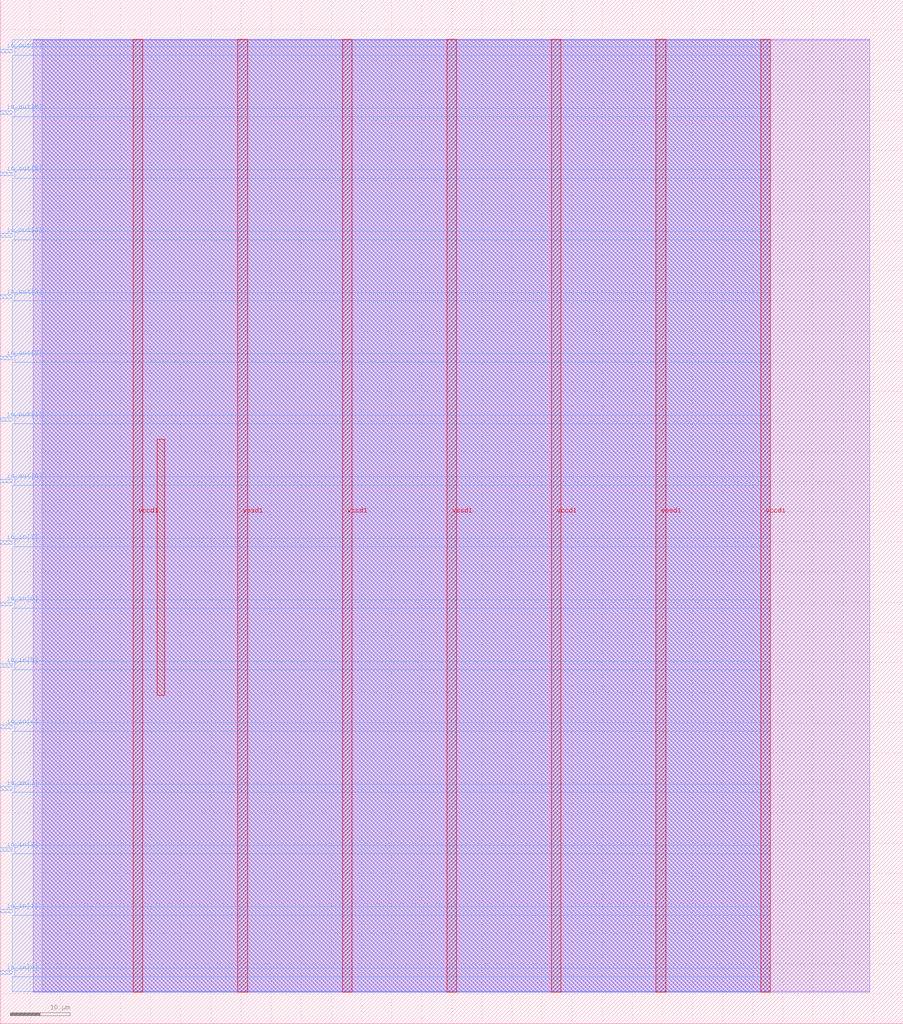
<source format=lef>
VERSION 5.7 ;
  NOWIREEXTENSIONATPIN ON ;
  DIVIDERCHAR "/" ;
  BUSBITCHARS "[]" ;
MACRO rolfmobile99_alu_fsm_top
  CLASS BLOCK ;
  FOREIGN rolfmobile99_alu_fsm_top ;
  ORIGIN 0.000 0.000 ;
  SIZE 150.000 BY 170.000 ;
  PIN io_in[0]
    DIRECTION INPUT ;
    USE SIGNAL ;
    PORT
      LAYER met3 ;
        RECT 0.000 8.200 2.000 8.800 ;
    END
  END io_in[0]
  PIN io_in[1]
    DIRECTION INPUT ;
    USE SIGNAL ;
    PORT
      LAYER met3 ;
        RECT 0.000 18.400 2.000 19.000 ;
    END
  END io_in[1]
  PIN io_in[2]
    DIRECTION INPUT ;
    USE SIGNAL ;
    PORT
      LAYER met3 ;
        RECT 0.000 28.600 2.000 29.200 ;
    END
  END io_in[2]
  PIN io_in[3]
    DIRECTION INPUT ;
    USE SIGNAL ;
    PORT
      LAYER met3 ;
        RECT 0.000 38.800 2.000 39.400 ;
    END
  END io_in[3]
  PIN io_in[4]
    DIRECTION INPUT ;
    USE SIGNAL ;
    PORT
      LAYER met3 ;
        RECT 0.000 49.000 2.000 49.600 ;
    END
  END io_in[4]
  PIN io_in[5]
    DIRECTION INPUT ;
    USE SIGNAL ;
    PORT
      LAYER met3 ;
        RECT 0.000 59.200 2.000 59.800 ;
    END
  END io_in[5]
  PIN io_in[6]
    DIRECTION INPUT ;
    USE SIGNAL ;
    PORT
      LAYER met3 ;
        RECT 0.000 69.400 2.000 70.000 ;
    END
  END io_in[6]
  PIN io_in[7]
    DIRECTION INPUT ;
    USE SIGNAL ;
    PORT
      LAYER met3 ;
        RECT 0.000 79.600 2.000 80.200 ;
    END
  END io_in[7]
  PIN io_out[0]
    DIRECTION OUTPUT TRISTATE ;
    USE SIGNAL ;
    PORT
      LAYER met3 ;
        RECT 0.000 89.800 2.000 90.400 ;
    END
  END io_out[0]
  PIN io_out[1]
    DIRECTION OUTPUT TRISTATE ;
    USE SIGNAL ;
    PORT
      LAYER met3 ;
        RECT 0.000 100.000 2.000 100.600 ;
    END
  END io_out[1]
  PIN io_out[2]
    DIRECTION OUTPUT TRISTATE ;
    USE SIGNAL ;
    PORT
      LAYER met3 ;
        RECT 0.000 110.200 2.000 110.800 ;
    END
  END io_out[2]
  PIN io_out[3]
    DIRECTION OUTPUT TRISTATE ;
    USE SIGNAL ;
    PORT
      LAYER met3 ;
        RECT 0.000 120.400 2.000 121.000 ;
    END
  END io_out[3]
  PIN io_out[4]
    DIRECTION OUTPUT TRISTATE ;
    USE SIGNAL ;
    PORT
      LAYER met3 ;
        RECT 0.000 130.600 2.000 131.200 ;
    END
  END io_out[4]
  PIN io_out[5]
    DIRECTION OUTPUT TRISTATE ;
    USE SIGNAL ;
    PORT
      LAYER met3 ;
        RECT 0.000 140.800 2.000 141.400 ;
    END
  END io_out[5]
  PIN io_out[6]
    DIRECTION OUTPUT TRISTATE ;
    USE SIGNAL ;
    PORT
      LAYER met3 ;
        RECT 0.000 151.000 2.000 151.600 ;
    END
  END io_out[6]
  PIN io_out[7]
    DIRECTION OUTPUT TRISTATE ;
    USE SIGNAL ;
    PORT
      LAYER met3 ;
        RECT 0.000 161.200 2.000 161.800 ;
    END
  END io_out[7]
  PIN vccd1
    DIRECTION INOUT ;
    USE POWER ;
    PORT
      LAYER met4 ;
        RECT 22.090 5.200 23.690 163.440 ;
    END
    PORT
      LAYER met4 ;
        RECT 56.830 5.200 58.430 163.440 ;
    END
    PORT
      LAYER met4 ;
        RECT 91.570 5.200 93.170 163.440 ;
    END
    PORT
      LAYER met4 ;
        RECT 126.310 5.200 127.910 163.440 ;
    END
  END vccd1
  PIN vssd1
    DIRECTION INOUT ;
    USE GROUND ;
    PORT
      LAYER met4 ;
        RECT 39.460 5.200 41.060 163.440 ;
    END
    PORT
      LAYER met4 ;
        RECT 74.200 5.200 75.800 163.440 ;
    END
    PORT
      LAYER met4 ;
        RECT 108.940 5.200 110.540 163.440 ;
    END
  END vssd1
  OBS
      LAYER li1 ;
        RECT 5.520 5.355 144.440 163.285 ;
      LAYER met1 ;
        RECT 5.520 5.200 144.440 163.440 ;
      LAYER met2 ;
        RECT 6.990 5.255 127.880 163.385 ;
      LAYER met3 ;
        RECT 2.000 162.200 127.900 163.365 ;
        RECT 2.400 160.800 127.900 162.200 ;
        RECT 2.000 152.000 127.900 160.800 ;
        RECT 2.400 150.600 127.900 152.000 ;
        RECT 2.000 141.800 127.900 150.600 ;
        RECT 2.400 140.400 127.900 141.800 ;
        RECT 2.000 131.600 127.900 140.400 ;
        RECT 2.400 130.200 127.900 131.600 ;
        RECT 2.000 121.400 127.900 130.200 ;
        RECT 2.400 120.000 127.900 121.400 ;
        RECT 2.000 111.200 127.900 120.000 ;
        RECT 2.400 109.800 127.900 111.200 ;
        RECT 2.000 101.000 127.900 109.800 ;
        RECT 2.400 99.600 127.900 101.000 ;
        RECT 2.000 90.800 127.900 99.600 ;
        RECT 2.400 89.400 127.900 90.800 ;
        RECT 2.000 80.600 127.900 89.400 ;
        RECT 2.400 79.200 127.900 80.600 ;
        RECT 2.000 70.400 127.900 79.200 ;
        RECT 2.400 69.000 127.900 70.400 ;
        RECT 2.000 60.200 127.900 69.000 ;
        RECT 2.400 58.800 127.900 60.200 ;
        RECT 2.000 50.000 127.900 58.800 ;
        RECT 2.400 48.600 127.900 50.000 ;
        RECT 2.000 39.800 127.900 48.600 ;
        RECT 2.400 38.400 127.900 39.800 ;
        RECT 2.000 29.600 127.900 38.400 ;
        RECT 2.400 28.200 127.900 29.600 ;
        RECT 2.000 19.400 127.900 28.200 ;
        RECT 2.400 18.000 127.900 19.400 ;
        RECT 2.000 9.200 127.900 18.000 ;
        RECT 2.400 7.800 127.900 9.200 ;
        RECT 2.000 5.275 127.900 7.800 ;
      LAYER met4 ;
        RECT 26.055 54.575 27.305 97.065 ;
  END
END rolfmobile99_alu_fsm_top
END LIBRARY


</source>
